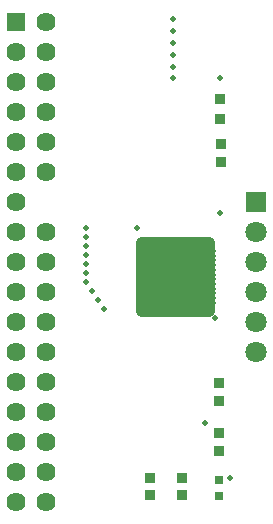
<source format=gts>
%FSLAX33Y33*%
%MOMM*%
%AMRR-H192474-W961067-R96237-RO0.000*
21,1,0.768593,0.192474,0.,0.,360*
1,1,0.192474,-0.3842965,0.*
1,1,0.192474,0.3842965,0.*
1,1,0.192474,0.3842965,-0.*
1,1,0.192474,-0.3842965,0.*%
%AMRR-H961067-W192474-R96237-RO0.000*
21,1,0.192474,0.768593,0.,0.,360*
1,1,0.192474,0.,0.3842965*
1,1,0.192474,0.,0.3842965*
1,1,0.192474,0.,-0.3842965*
1,1,0.192474,-0.,-0.3842965*%
%AMRect-W800000-H900000-RO1.500*
21,1,0.8,0.9,0.,0.,90*%
%AMRect-W600000-H700000-RO0.500*
21,1,0.6,0.7,0.,0.,270*%
%AMRect-W900000-H800000-RO0.500*
21,1,0.9,0.8,0.,0.,270*%
%AMRect-W800000-H900000-RO0.500*
21,1,0.8,0.9,0.,0.,270*%
%ADD10C,1.*%
%ADD11C,1.016*%
%ADD12C,0.508*%
%ADD13C,1.8*%
%ADD14R,1.8X1.8*%
%ADD15R,0.961067X0.192474*%
%ADD16R,4.62X4.62*%
%ADD17RR-H192474-W961067-R96237-RO0.000*%
%ADD18RR-H961067-W192474-R96237-RO0.000*%
%ADD19R,1.62X1.62*%
%ADD20C,1.62*%
%ADD21Rect-W800000-H900000-RO1.500*%
%ADD22Rect-W600000-H700000-RO0.500*%
%ADD23Rect-W900000-H800000-RO0.500*%
%ADD24Rect-W800000-H900000-RO0.500*%
D10*
%LNpath-5*%
G01*
X12429Y18155D02*
X18099Y18155D01*
X18099Y23876*
X12429Y23876*
X12429Y18155*
%LNpath-7*%
D11*
X12954Y23368D02*
X17292Y23368D01*
X17292Y18759*
X13208Y18759*
X13208Y22850*
X12954Y23368*
%LNtop solder mask_traces*%
D12*
X18542Y17544D03*
X8636Y19050D03*
X7620Y24384D03*
X13946Y22096D03*
X7620Y21336D03*
X8128Y19812D03*
X7620Y22098D03*
X11938Y25146D03*
X7620Y22860D03*
X17745Y8675D03*
X15000Y39806D03*
X15000Y37806D03*
X15000Y41806D03*
X15000Y40806D03*
X7620Y20574D03*
X16554Y19904D03*
X15000Y38806D03*
X7620Y23622D03*
X19000Y26450D03*
X7620Y25146D03*
X16554Y22096D03*
X13946Y19904D03*
X18956Y37806D03*
X15000Y42806D03*
X9144Y18288D03*
X19850Y4000D03*
%LNtop solder mask component 394882fa89dce1d5*%
D13*
X22050Y19730D03*
D14*
X22050Y27350D03*
D13*
X22050Y24810D03*
X22050Y14650D03*
X22050Y22270D03*
X22050Y17190D03*
%LNtop solder mask component 1ec12191b90fbc9e*%
D15*
X12274Y23200D03*
D16*
X15250Y21000D03*
D17*
X12274Y22800D03*
X12274Y22400D03*
X12274Y22000D03*
X12274Y21600D03*
X12274Y21200D03*
X12274Y20800D03*
X12274Y20400D03*
X12274Y20000D03*
X12274Y19600D03*
X12274Y19200D03*
X12274Y18800D03*
X18226Y18800D03*
X18226Y19200D03*
X18226Y19600D03*
X18226Y20000D03*
X18226Y20400D03*
X18226Y20800D03*
X18226Y21200D03*
X18226Y21600D03*
X18226Y22000D03*
X18226Y22400D03*
X18226Y22800D03*
X18226Y23200D03*
D18*
X13050Y18024D03*
X13450Y18024D03*
X13850Y18024D03*
X14250Y18024D03*
X14650Y18024D03*
X15050Y18024D03*
X15450Y18024D03*
X15850Y18024D03*
X16250Y18024D03*
X16650Y18024D03*
X17050Y18024D03*
X17450Y18024D03*
X17450Y23976D03*
X17050Y23976D03*
X16650Y23976D03*
X16250Y23976D03*
X15850Y23976D03*
X15450Y23976D03*
X15050Y23976D03*
X14650Y23976D03*
X14250Y23976D03*
X13850Y23976D03*
X13450Y23976D03*
X13050Y23976D03*
%LNtop solder mask component 16a6f52c2bd1ff97*%
D19*
X1730Y42590D03*
D20*
X4270Y42590D03*
X1730Y40050D03*
X4270Y40050D03*
X1730Y37510D03*
X4270Y37510D03*
X1730Y34970D03*
X4270Y34970D03*
X1730Y32430D03*
X4270Y32430D03*
X1730Y29890D03*
X4270Y29890D03*
X1730Y27350D03*
X1730Y24810D03*
X4270Y24810D03*
X1730Y22270D03*
X4270Y22270D03*
X1730Y19730D03*
X4270Y19730D03*
X1730Y17190D03*
X4270Y17190D03*
X1730Y14650D03*
X4270Y14650D03*
X1730Y12110D03*
X4270Y12110D03*
X1730Y9570D03*
X4270Y9570D03*
X1730Y7030D03*
X4270Y7030D03*
X1730Y4490D03*
X4270Y4490D03*
X1730Y1950D03*
X4270Y1950D03*
%LNtop solder mask component c112e23347c40a43*%
D21*
X15800Y2500D03*
X15800Y4000D03*
%LNtop solder mask component 092c2cef6ccfca08*%
X18936Y10500D03*
X18936Y12000D03*
%LNtop solder mask component 6147adbea694a830*%
X19050Y30750D03*
X19050Y32250D03*
%LNtop solder mask component 087fa966dd3700f5*%
D22*
X18890Y3835D03*
X18890Y2435D03*
%LNtop solder mask component 4c5036bdef2c62dc*%
D21*
X13100Y2500D03*
X13100Y4000D03*
%LNtop solder mask component ffbc1de966fa2cb3*%
D23*
X19000Y36100D03*
X19000Y34400D03*
%LNtop solder mask component 5af4d25f005662bb*%
D24*
X18936Y7750D03*
X18936Y6250D03*
M02*
</source>
